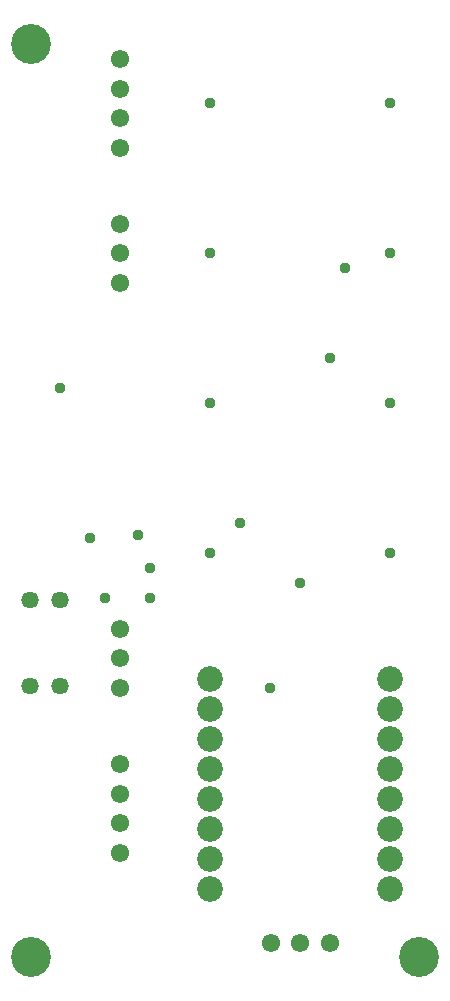
<source format=gbr>
G04 EAGLE Gerber RS-274X export*
G75*
%MOMM*%
%FSLAX34Y34*%
%LPD*%
%INSoldermask Bottom*%
%IPPOS*%
%AMOC8*
5,1,8,0,0,1.08239X$1,22.5*%
G01*
G04 Define Apertures*
%ADD10C,3.378200*%
%ADD11C,1.551200*%
%ADD12C,1.463200*%
%ADD13C,2.183200*%
%ADD14C,0.959600*%
D10*
X-227965Y-418465D03*
X100965Y-418465D03*
X-227965Y354965D03*
D11*
X-152400Y-190500D03*
X-152400Y-165500D03*
X-152400Y-140500D03*
X-152400Y266700D03*
X-152400Y291700D03*
X-152400Y316700D03*
X-152400Y341700D03*
X-152400Y-330200D03*
X-152400Y-305200D03*
X-152400Y-280200D03*
X-152400Y-255200D03*
X25400Y-406400D03*
X400Y-406400D03*
X-24600Y-406400D03*
X-152400Y152400D03*
X-152400Y177400D03*
X-152400Y202400D03*
D12*
X-203200Y-188600D03*
X-203200Y-116200D03*
X-228600Y-188600D03*
X-228600Y-116200D03*
D13*
X-76200Y-360940D03*
X-76200Y-335540D03*
X-76200Y-310140D03*
X-76200Y-284740D03*
X-76200Y-259340D03*
X-76200Y-233940D03*
X-76200Y-208540D03*
X-76200Y-183140D03*
X76200Y-183140D03*
X76200Y-208540D03*
X76200Y-233940D03*
X76200Y-259340D03*
X76200Y-284740D03*
X76200Y-310140D03*
X76200Y-335540D03*
X76200Y-360940D03*
D14*
X-25400Y-190500D03*
X-203200Y63500D03*
X-165100Y-114300D03*
X-76200Y177800D03*
X76200Y177800D03*
X-76200Y50800D03*
X76200Y50800D03*
X76200Y-76200D03*
X-76200Y-76200D03*
X0Y-101600D03*
X-177800Y-63500D03*
X-76200Y304800D03*
X76200Y304800D03*
X25400Y88900D03*
X38100Y165100D03*
X-137160Y-60960D03*
X-50800Y-50800D03*
X-127000Y-88900D03*
X-127000Y-114300D03*
M02*

</source>
